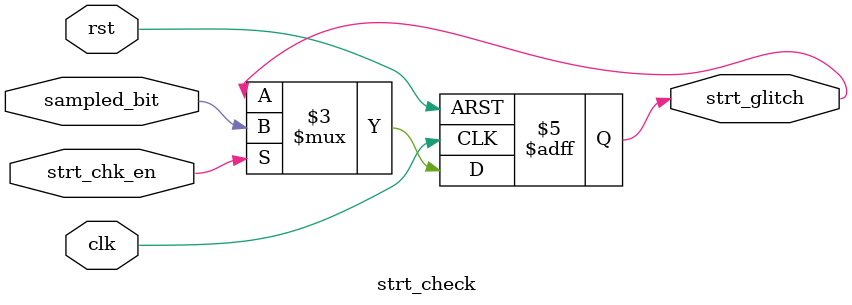
<source format=v>
module strt_check(
    input clk,
    input rst,
    input strt_chk_en,
    input sampled_bit,
    output reg strt_glitch
);

always @(posedge clk or negedge rst) begin
    if (!rst) begin
        strt_glitch<=0;
    end
    else begin
      if (strt_chk_en) begin
        strt_glitch<=sampled_bit;
      end
    end
end
endmodule
</source>
